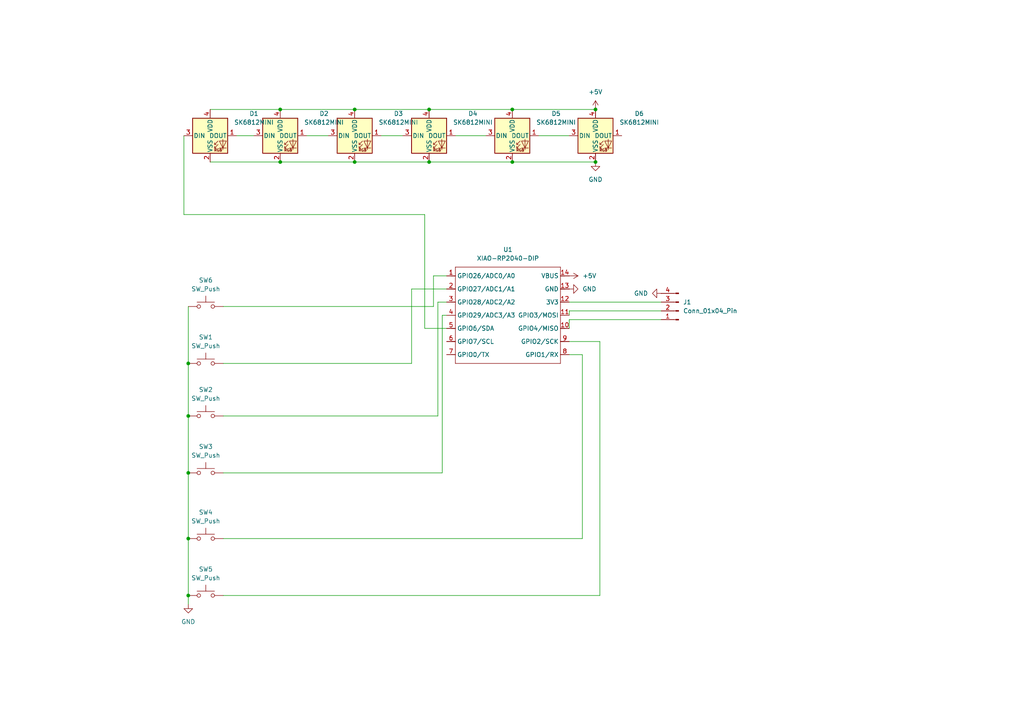
<source format=kicad_sch>
(kicad_sch (version 20250114) (generator "eeschema") (generator_version "9.0")
  (paper "A4")
  (lib_symbols
    (symbol "Connector:Conn_01x04_Pin" (pin_names (offset 1.016) (hide yes))
      (property "Reference" "J" (at 0 5.08 0))
      (property "Value" "Conn_01x04_Pin" (at 0 -7.62 0))
      (symbol "Conn_01x04_Pin_1_1"
        (rectangle (start 0.8636 2.667) (end 0 2.413) (stroke (width 0.1524)) (fill (type outline)))
        (rectangle (start 0.8636 0.127) (end 0 -0.127) (stroke (width 0.1524)) (fill (type outline)))
        (rectangle (start 0.8636 -2.413) (end 0 -2.667) (stroke (width 0.1524)) (fill (type outline)))
        (rectangle (start 0.8636 -4.953) (end 0 -5.207) (stroke (width 0.1524)) (fill (type outline)))
        (polyline (pts (xy 1.27 2.54) (xy 0.8636 2.54)) (stroke (width 0.1524)))
        (polyline (pts (xy 1.27 0) (xy 0.8636 0)) (stroke (width 0.1524)))
        (polyline (pts (xy 1.27 -2.54) (xy 0.8636 -2.54)) (stroke (width 0.1524)))
        (polyline (pts (xy 1.27 -5.08) (xy 0.8636 -5.08)) (stroke (width 0.1524)))
        (pin passive line (at 5.08 2.54 180) (length 3.81) (name "Pin_1") (number "1"))
        (pin passive line (at 5.08 0 180) (length 3.81) (name "Pin_2") (number "2"))
        (pin passive line (at 5.08 -2.54 180) (length 3.81) (name "Pin_3") (number "3"))
        (pin passive line (at 5.08 -5.08 180) (length 3.81) (name "Pin_4") (number "4"))
      )
    )
    (symbol "LED:SK6812MINI" (pin_names (offset 0.254))
      (property "Reference" "D" (at 5.08 5.715 0))
      (property "Value" "SK6812MINI" (at 1.27 -5.715 0))
      (symbol "SK6812MINI_0_0"
        (text "RGB" (at 2.286 -4.191 0) (effects (font (size 0.762 0.762))))
      )
      (symbol "SK6812MINI_0_1"
        (polyline (pts (xy 1.27 -2.54) (xy 1.778 -2.54)))
        (polyline (pts (xy 1.27 -3.556) (xy 1.778 -3.556)))
        (polyline (pts (xy 2.286 -1.524) (xy 1.27 -2.54) (xy 1.27 -2.032)))
        (polyline (pts (xy 2.286 -2.54) (xy 1.27 -3.556) (xy 1.27 -3.048)))
        (polyline (pts (xy 3.683 -1.016) (xy 3.683 -3.556) (xy 3.683 -4.064)))
        (polyline (pts (xy 4.699 -1.524) (xy 2.667 -1.524) (xy 3.683 -3.556) (xy 4.699 -1.524)))
        (polyline (pts (xy 4.699 -3.556) (xy 2.667 -3.556)))
        (rectangle (start 5.08 5.08) (end -5.08 -5.08) (stroke (width 0.254)) (fill (type background)))
      )
      (symbol "SK6812MINI_1_1"
        (pin input line (at -7.62 0 0) (length 2.54) (name "DIN") (number "3"))
        (pin power_in line (at 0 7.62 270) (length 2.54) (name "VDD") (number "4"))
        (pin power_in line (at 0 -7.62 90) (length 2.54) (name "VSS") (number "2"))
        (pin output line (at 7.62 0 180) (length 2.54) (name "DOUT") (number "1"))
      )
    )
    (symbol "Switch:SW_Push" (pin_numbers (hide yes)) (pin_names (offset 1.016) (hide yes))
      (property "Reference" "SW" (at 1.27 2.54 0))
      (property "Value" "SW_Push" (at 0 -1.524 0))
      (symbol "SW_Push_0_1"
        (circle (center -2.032 0) (radius 0.508))
        (polyline (pts (xy 0 1.27) (xy 0 3.048)))
        (circle (center 2.032 0) (radius 0.508))
        (polyline (pts (xy 2.54 1.27) (xy -2.54 1.27)))
        (pin passive line (at -5.08 0 0) (length 2.54) (name "1") (number "1"))
        (pin passive line (at 5.08 0 180) (length 2.54) (name "2") (number "2"))
      )
    )
    (symbol "power:+5V" (power) (pin_numbers (hide yes)) (pin_names (offset 0) (hide yes))
      (property "Value" "+5V" (at 0 3.556 0))
      (symbol "+5V_0_1"
        (polyline (pts (xy -0.762 1.27) (xy 0 2.54)))
        (polyline (pts (xy 0 2.54) (xy 0.762 1.27)))
        (polyline (pts (xy 0 0) (xy 0 2.54)))
      )
      (symbol "+5V_1_1"
        (pin power_in line (at 0 0 90) (length 0) (name "~") (number "1"))
      )
    )
    (symbol "power:GND" (power) (pin_numbers (hide yes)) (pin_names (offset 0) (hide yes))
      (property "Value" "GND" (at 0 -3.81 0))
      (symbol "GND_0_1"
        (polyline (pts (xy 0 0) (xy 0 -1.27) (xy 1.27 -1.27) (xy 0 -2.54) (xy -1.27 -1.27) (xy 0 -1.27)))
      )
      (symbol "GND_1_1"
        (pin power_in line (at 0 0 270) (length 0) (name "~") (number "1"))
      )
    )
    (symbol "sashreek:XIAO-RP2040-DIP"
      (property "Reference" "U" (at 0 0 0))
      (property "Value" "XIAO-RP2040-DIP" (at 5.334 -1.778 0))
      (symbol "XIAO-RP2040-DIP_1_0"
        (polyline (pts (xy -1.27 -2.54) (xy 29.21 -2.54)) (stroke (width 0.1524)))
        (polyline (pts (xy -1.27 -5.08) (xy -2.54 -5.08)) (stroke (width 0.1524)))
        (polyline (pts (xy -1.27 -5.08) (xy -1.27 -2.54)) (stroke (width 0.1524)))
        (polyline (pts (xy -1.27 -8.89) (xy -2.54 -8.89)) (stroke (width 0.1524)))
        (polyline (pts (xy -1.27 -8.89) (xy -1.27 -5.08)) (stroke (width 0.1524)))
        (polyline (pts (xy -1.27 -12.7) (xy -2.54 -12.7)) (stroke (width 0.1524)))
        (polyline (pts (xy -1.27 -12.7) (xy -1.27 -8.89)) (stroke (width 0.1524)))
        (polyline (pts (xy -1.27 -16.51) (xy -2.54 -16.51)) (stroke (width 0.1524)))
        (polyline (pts (xy -1.27 -16.51) (xy -1.27 -12.7)) (stroke (width 0.1524)))
        (polyline (pts (xy -1.27 -20.32) (xy -2.54 -20.32)) (stroke (width 0.1524)))
        (polyline (pts (xy -1.27 -24.13) (xy -2.54 -24.13)) (stroke (width 0.1524)))
        (polyline (pts (xy -1.27 -27.94) (xy -2.54 -27.94)) (stroke (width 0.1524)))
        (polyline (pts (xy -1.27 -30.48) (xy -1.27 -16.51)) (stroke (width 0.1524)))
        (polyline (pts (xy 29.21 -2.54) (xy 29.21 -5.08)) (stroke (width 0.1524)))
        (polyline (pts (xy 29.21 -5.08) (xy 29.21 -8.89)) (stroke (width 0.1524)))
        (polyline (pts (xy 29.21 -8.89) (xy 29.21 -12.7)) (stroke (width 0.1524)))
        (polyline (pts (xy 29.21 -12.7) (xy 29.21 -30.48)) (stroke (width 0.1524)))
        (polyline (pts (xy 29.21 -30.48) (xy -1.27 -30.48)) (stroke (width 0.1524)))
        (polyline (pts (xy 30.48 -5.08) (xy 29.21 -5.08)) (stroke (width 0.1524)))
        (polyline (pts (xy 30.48 -8.89) (xy 29.21 -8.89)) (stroke (width 0.1524)))
        (polyline (pts (xy 30.48 -12.7) (xy 29.21 -12.7)) (stroke (width 0.1524)))
        (polyline (pts (xy 30.48 -16.51) (xy 29.21 -16.51)) (stroke (width 0.1524)))
        (polyline (pts (xy 30.48 -20.32) (xy 29.21 -20.32)) (stroke (width 0.1524)))
        (polyline (pts (xy 30.48 -24.13) (xy 29.21 -24.13)) (stroke (width 0.1524)))
        (polyline (pts (xy 30.48 -27.94) (xy 29.21 -27.94)) (stroke (width 0.1524)))
        (pin passive line (at -3.81 -5.08 0) (length 2.54) (name "GPIO26/ADC0/A0") (number "1"))
        (pin passive line (at -3.81 -8.89 0) (length 2.54) (name "GPIO27/ADC1/A1") (number "2"))
        (pin passive line (at -3.81 -12.7 0) (length 2.54) (name "GPIO28/ADC2/A2") (number "3"))
        (pin passive line (at -3.81 -16.51 0) (length 2.54) (name "GPIO29/ADC3/A3") (number "4"))
        (pin passive line (at -3.81 -20.32 0) (length 2.54) (name "GPIO6/SDA") (number "5"))
        (pin passive line (at -3.81 -24.13 0) (length 2.54) (name "GPIO7/SCL") (number "6"))
        (pin passive line (at -3.81 -27.94 0) (length 2.54) (name "GPIO0/TX") (number "7"))
        (pin passive line (at 31.75 -5.08 180) (length 2.54) (name "VBUS") (number "14"))
        (pin passive line (at 31.75 -8.89 180) (length 2.54) (name "GND") (number "13"))
        (pin passive line (at 31.75 -12.7 180) (length 2.54) (name "3V3") (number "12"))
        (pin passive line (at 31.75 -16.51 180) (length 2.54) (name "GPIO3/MOSI") (number "11"))
        (pin passive line (at 31.75 -20.32 180) (length 2.54) (name "GPIO4/MISO") (number "10"))
        (pin passive line (at 31.75 -24.13 180) (length 2.54) (name "GPIO2/SCK") (number "9"))
        (pin passive line (at 31.75 -27.94 180) (length 2.54) (name "GPIO1/RX") (number "8"))
      )
    )
  )
  (junction (at 148.59 31.75))
  (junction (at 54.61 105.41))
  (junction (at 54.61 172.72))
  (junction (at 81.28 31.75))
  (junction (at 148.59 46.99))
  (junction (at 124.46 31.75))
  (junction (at 172.72 31.75))
  (junction (at 54.61 156.21))
  (junction (at 102.87 46.99))
  (junction (at 81.28 46.99))
  (junction (at 172.72 46.99))
  (junction (at 54.61 137.16))
  (junction (at 102.87 31.75))
  (junction (at 54.61 120.65))
  (junction (at 124.46 46.99))
  (wire (pts (xy 148.59 46.99) (xy 172.72 46.99)))
  (wire (pts (xy 191.77 90.17) (xy 165.1 90.17)))
  (wire (pts (xy 125.73 80.01) (xy 129.54 80.01)))
  (wire (pts (xy 156.21 39.37) (xy 165.1 39.37)))
  (wire (pts (xy 125.73 88.9) (xy 125.73 80.01)))
  (wire (pts (xy 148.59 31.75) (xy 172.72 31.75)))
  (wire (pts (xy 123.19 62.23) (xy 123.19 95.25)))
  (wire (pts (xy 102.87 46.99) (xy 124.46 46.99)))
  (wire (pts (xy 53.34 39.37) (xy 53.34 62.23)))
  (wire (pts (xy 173.99 172.72) (xy 173.99 99.06)))
  (wire (pts (xy 64.77 105.41) (xy 119.38 105.41)))
  (wire (pts (xy 165.1 87.63) (xy 191.77 87.63)))
  (wire (pts (xy 54.61 88.9) (xy 54.61 105.41)))
  (wire (pts (xy 132.08 39.37) (xy 140.97 39.37)))
  (wire (pts (xy 102.87 31.75) (xy 124.46 31.75)))
  (wire (pts (xy 64.77 172.72) (xy 173.99 172.72)))
  (wire (pts (xy 191.77 92.71) (xy 165.1 92.71)))
  (wire (pts (xy 53.34 62.23) (xy 123.19 62.23)))
  (wire (pts (xy 165.1 90.17) (xy 165.1 91.44)))
  (wire (pts (xy 173.99 99.06) (xy 165.1 99.06)))
  (wire (pts (xy 168.91 156.21) (xy 168.91 102.87)))
  (wire (pts (xy 60.96 46.99) (xy 81.28 46.99)))
  (wire (pts (xy 68.58 39.37) (xy 73.66 39.37)))
  (wire (pts (xy 54.61 120.65) (xy 54.61 137.16)))
  (wire (pts (xy 124.46 46.99) (xy 148.59 46.99)))
  (wire (pts (xy 165.1 92.71) (xy 165.1 95.25)))
  (wire (pts (xy 81.28 46.99) (xy 102.87 46.99)))
  (wire (pts (xy 123.19 95.25) (xy 129.54 95.25)))
  (wire (pts (xy 110.49 39.37) (xy 116.84 39.37)))
  (wire (pts (xy 88.9 39.37) (xy 95.25 39.37)))
  (wire (pts (xy 64.77 156.21) (xy 168.91 156.21)))
  (wire (pts (xy 119.38 83.82) (xy 129.54 83.82)))
  (wire (pts (xy 54.61 156.21) (xy 54.61 172.72)))
  (wire (pts (xy 64.77 88.9) (xy 125.73 88.9)))
  (wire (pts (xy 127 87.63) (xy 129.54 87.63)))
  (wire (pts (xy 128.27 137.16) (xy 128.27 91.44)))
  (wire (pts (xy 60.96 31.75) (xy 81.28 31.75)))
  (wire (pts (xy 64.77 137.16) (xy 128.27 137.16)))
  (wire (pts (xy 64.77 120.65) (xy 127 120.65)))
  (wire (pts (xy 54.61 137.16) (xy 54.61 156.21)))
  (wire (pts (xy 54.61 105.41) (xy 54.61 120.65)))
  (wire (pts (xy 128.27 91.44) (xy 129.54 91.44)))
  (wire (pts (xy 81.28 31.75) (xy 102.87 31.75)))
  (wire (pts (xy 54.61 172.72) (xy 54.61 175.26)))
  (wire (pts (xy 127 120.65) (xy 127 87.63)))
  (wire (pts (xy 168.91 102.87) (xy 165.1 102.87)))
  (wire (pts (xy 119.38 105.41) (xy 119.38 83.82)))
  (wire (pts (xy 124.46 31.75) (xy 148.59 31.75)))
  (symbol (lib_id "Connector:Conn_01x04_Pin") (at 196.85 90.17 180) (unit 1)
    (property "Reference" "J1" (at 198.12 87.6299 0) (effects (justify right)))
    (property "Value" "Conn_01x04_Pin" (at 198.12 90.1699 0) (effects (justify right)))
    (property "Footprint" "sasher:SSD1306-0.91-OLED-4pin-128x32" (effects (hide yes)))
    (property "Description" "Generic connector, single row, 01x04, script generated" (effects (hide yes)))
  )
  (symbol (lib_id "LED:SK6812MINI") (at 102.87 39.37 0) (unit 1)
    (property "Reference" "D3" (at 115.57 32.9498 0))
    (property "Value" "SK6812MINI" (at 115.57 35.4898 0))
    (property "Footprint" "LED_SMD:LED_SK6812MINI_PLCC4_3.5x3.5mm_P1.75mm" (effects (hide yes)))
    (property "Datasheet" "https://cdn-shop.adafruit.com/product-files/2686/SK6812MINI_REV.01-1-2.pdf" (effects (hide yes)))
    (property "Description" "RGB LED with integrated controller" (effects (hide yes)))
  )
  (symbol (lib_id "LED:SK6812MINI") (at 172.72 39.37 0) (unit 1)
    (property "Reference" "D6" (at 185.42 32.9498 0))
    (property "Value" "SK6812MINI" (at 185.42 35.4898 0))
    (property "Footprint" "LED_SMD:LED_SK6812MINI_PLCC4_3.5x3.5mm_P1.75mm" (effects (hide yes)))
    (property "Datasheet" "https://cdn-shop.adafruit.com/product-files/2686/SK6812MINI_REV.01-1-2.pdf" (effects (hide yes)))
    (property "Description" "RGB LED with integrated controller" (effects (hide yes)))
  )
  (symbol (lib_id "LED:SK6812MINI") (at 148.59 39.37 0) (unit 1)
    (property "Reference" "D5" (at 161.29 32.9498 0))
    (property "Value" "SK6812MINI" (at 161.29 35.4898 0))
    (property "Footprint" "LED_SMD:LED_SK6812MINI_PLCC4_3.5x3.5mm_P1.75mm" (effects (hide yes)))
    (property "Datasheet" "https://cdn-shop.adafruit.com/product-files/2686/SK6812MINI_REV.01-1-2.pdf" (effects (hide yes)))
    (property "Description" "RGB LED with integrated controller" (effects (hide yes)))
  )
  (symbol (lib_id "power:GND") (at 191.77 85.09 270) (unit 1)
    (property "Reference" "#PWR06" (effects (hide yes)))
    (property "Value" "GND" (at 187.96 85.0899 90) (effects (justify right)))
    (property "Description" "Power symbol creates a global label with name \"GND\" , ground" (effects (hide yes)))
  )
  (symbol (lib_id "power:+5V") (at 165.1 80.01 270) (unit 1)
    (property "Reference" "#PWR01" (effects (hide yes)))
    (property "Value" "+5V" (at 168.91 80.0099 90) (effects (justify left)))
    (property "Description" "Power symbol creates a global label with name \"+5V\"" (effects (hide yes)))
  )
  (symbol (lib_id "Switch:SW_Push") (at 59.69 88.9 0) (unit 1)
    (property "Reference" "SW6" (at 59.69 81.28 0))
    (property "Value" "SW_Push" (at 59.69 83.82 0))
    (property "Footprint" "Button_Switch_Keyboard:SW_Cherry_MX_1.00u_PCB" (effects (hide yes)))
    (property "Description" "Push button switch, generic, two pins" (effects (hide yes)))
  )
  (symbol (lib_id "power:GND") (at 54.61 175.26 0) (unit 1)
    (property "Reference" "#PWR05" (effects (hide yes)))
    (property "Value" "GND" (at 54.61 180.34 0))
    (property "Description" "Power symbol creates a global label with name \"GND\" , ground" (effects (hide yes)))
  )
  (symbol (lib_id "Switch:SW_Push") (at 59.69 120.65 0) (unit 1)
    (property "Reference" "SW2" (at 59.69 113.03 0))
    (property "Value" "SW_Push" (at 59.69 115.57 0))
    (property "Footprint" "Button_Switch_Keyboard:SW_Cherry_MX_1.00u_PCB" (effects (hide yes)))
    (property "Description" "Push button switch, generic, two pins" (effects (hide yes)))
  )
  (symbol (lib_id "sashreek:XIAO-RP2040-DIP") (at 133.35 74.93 0) (unit 1)
    (property "Reference" "U1" (at 147.32 72.39 0))
    (property "Value" "XIAO-RP2040-DIP" (at 147.32 74.93 0))
    (property "Footprint" "sashrek:XIAO-RP2040-DIP" (effects (hide yes)))
  )
  (symbol (lib_id "power:GND") (at 165.1 83.82 90) (unit 1)
    (property "Reference" "#PWR03" (effects (hide yes)))
    (property "Value" "GND" (at 168.91 83.8199 90) (effects (justify right)))
    (property "Description" "Power symbol creates a global label with name \"GND\" , ground" (effects (hide yes)))
  )
  (symbol (lib_id "Switch:SW_Push") (at 59.69 105.41 0) (unit 1)
    (property "Reference" "SW1" (at 59.69 97.79 0))
    (property "Value" "SW_Push" (at 59.69 100.33 0))
    (property "Footprint" "Button_Switch_Keyboard:SW_Cherry_MX_1.00u_PCB" (effects (hide yes)))
    (property "Description" "Push button switch, generic, two pins" (effects (hide yes)))
  )
  (symbol (lib_id "LED:SK6812MINI") (at 124.46 39.37 0) (unit 1)
    (property "Reference" "D4" (at 137.16 32.9498 0))
    (property "Value" "SK6812MINI" (at 137.16 35.4898 0))
    (property "Footprint" "LED_SMD:LED_SK6812MINI_PLCC4_3.5x3.5mm_P1.75mm" (effects (hide yes)))
    (property "Datasheet" "https://cdn-shop.adafruit.com/product-files/2686/SK6812MINI_REV.01-1-2.pdf" (effects (hide yes)))
    (property "Description" "RGB LED with integrated controller" (effects (hide yes)))
  )
  (symbol (lib_id "Switch:SW_Push") (at 59.69 156.21 0) (unit 1)
    (property "Reference" "SW4" (at 59.69 148.59 0))
    (property "Value" "SW_Push" (at 59.69 151.13 0))
    (property "Footprint" "Button_Switch_Keyboard:SW_Cherry_MX_1.00u_PCB" (effects (hide yes)))
    (property "Description" "Push button switch, generic, two pins" (effects (hide yes)))
  )
  (symbol (lib_id "LED:SK6812MINI") (at 60.96 39.37 0) (unit 1)
    (property "Reference" "D1" (at 73.66 32.9498 0))
    (property "Value" "SK6812MINI" (at 73.66 35.4898 0))
    (property "Footprint" "LED_SMD:LED_SK6812MINI_PLCC4_3.5x3.5mm_P1.75mm" (effects (hide yes)))
    (property "Datasheet" "https://cdn-shop.adafruit.com/product-files/2686/SK6812MINI_REV.01-1-2.pdf" (effects (hide yes)))
    (property "Description" "RGB LED with integrated controller" (effects (hide yes)))
  )
  (symbol (lib_id "LED:SK6812MINI") (at 81.28 39.37 0) (unit 1)
    (property "Reference" "D2" (at 93.98 32.9498 0))
    (property "Value" "SK6812MINI" (at 93.98 35.4898 0))
    (property "Footprint" "LED_SMD:LED_SK6812MINI_PLCC4_3.5x3.5mm_P1.75mm" (effects (hide yes)))
    (property "Datasheet" "https://cdn-shop.adafruit.com/product-files/2686/SK6812MINI_REV.01-1-2.pdf" (effects (hide yes)))
    (property "Description" "RGB LED with integrated controller" (effects (hide yes)))
  )
  (symbol (lib_id "Switch:SW_Push") (at 59.69 172.72 0) (unit 1)
    (property "Reference" "SW5" (at 59.69 165.1 0))
    (property "Value" "SW_Push" (at 59.69 167.64 0))
    (property "Footprint" "Button_Switch_Keyboard:SW_Cherry_MX_1.00u_PCB" (effects (hide yes)))
    (property "Description" "Push button switch, generic, two pins" (effects (hide yes)))
  )
  (symbol (lib_id "power:GND") (at 172.72 46.99 0) (unit 1)
    (property "Reference" "#PWR04" (effects (hide yes)))
    (property "Value" "GND" (at 172.72 52.07 0))
    (property "Description" "Power symbol creates a global label with name \"GND\" , ground" (effects (hide yes)))
  )
  (symbol (lib_id "power:+5V") (at 172.72 31.75 0) (unit 1)
    (property "Reference" "#PWR02" (effects (hide yes)))
    (property "Value" "+5V" (at 172.72 26.67 0))
    (property "Description" "Power symbol creates a global label with name \"+5V\"" (effects (hide yes)))
  )
  (symbol (lib_id "Switch:SW_Push") (at 59.69 137.16 0) (unit 1)
    (property "Reference" "SW3" (at 59.69 129.54 0))
    (property "Value" "SW_Push" (at 59.69 132.08 0))
    (property "Footprint" "Button_Switch_Keyboard:SW_Cherry_MX_1.00u_PCB" (effects (hide yes)))
    (property "Description" "Push button switch, generic, two pins" (effects (hide yes)))
  )
)
</source>
